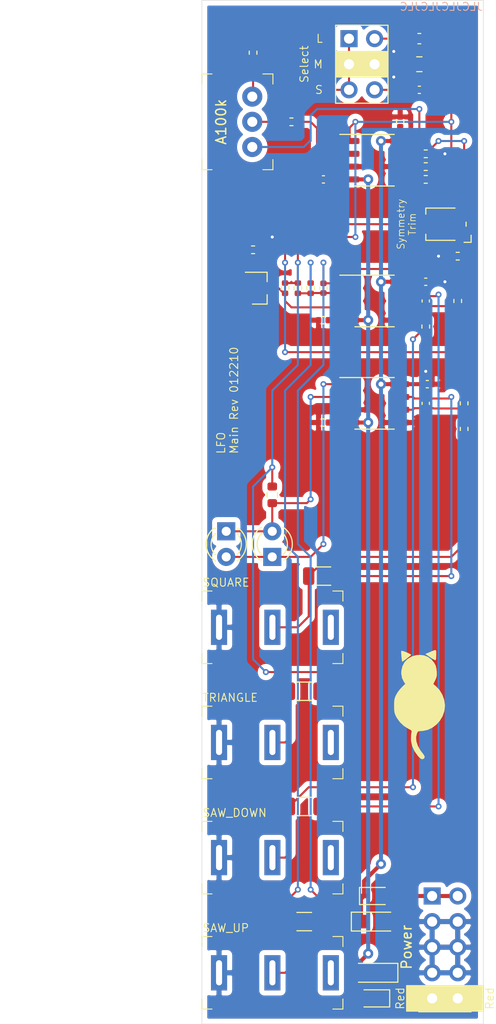
<source format=kicad_pcb>
(kicad_pcb (version 20171130) (host pcbnew "(5.1.10)-1")
  (layers (0 F.Cu signal) (31 B.Cu signal) (34 B.Paste user) (35 F.Paste user) (36 B.SilkS user) (37 F.SilkS user) (38 B.Mask user) (39 F.Mask user) (44 Edge.Cuts user))
  (net 0 "")
  (net 1 "Net-(C1-Pad2)")
  (net 2 TRI)
  (net 3 GND)
  (net 4 +12V)
  (net 5 -12V)
  (net 6 "Net-(D1-Pad2)")
  (net 7 "Net-(D1-Pad1)")
  (net 8 +12VA)
  (net 9 -12VA)
  (net 10 "Net-(J1-PadT)")
  (net 11 "Net-(J2-PadT)")
  (net 12 "Net-(J3-PadT)")
  (net 13 "Net-(J4-PadT)")
  (net 14 "Net-(Q1-Pad1)")
  (net 15 "Net-(R1-Pad2)")
  (net 16 "Net-(R2-Pad2)")
  (net 17 "Net-(R4-Pad1)")
  (net 18 SQR)
  (net 19 "Net-(R6-Pad2)")
  (net 20 "Net-(R6-Pad1)")
  (net 21 "Net-(R7-Pad2)")
  (net 22 "Net-(C10-Pad2)")
  (net 23 "Net-(C11-Pad2)")
  (net 24 "Net-(J6-Pad1)")
  (net 25 "Net-(Q1-Pad3)")
  (net 26 "Net-(C12-Pad2)")
  (net 27 "Net-(C12-Pad1)")
  (net 28 "Net-(C13-Pad2)")
  (net 29 "Net-(C13-Pad1)")
  (net 30 "Net-(C14-Pad2)")
  (net 31 "Net-(C14-Pad1)")
  (module Connector_PinHeader_2.54mm:PinHeader_2x03_P2.54mm_Vertical (layer F.Cu) (at 14.605 3.81)
    (fp_text reference J6 hide)
    (fp_text value Select (at -4.445 2.54 90) (layer F.SilkS) (effects (font (size 0.8 0.8) (thickness 0.1))))
    (pad 6 thru_hole oval (at 2.54 5.08) (size 1.7 1.7) (drill 1) (layers *.Cu *.Mask) (net 1 "Net-(C1-Pad2)"))
    (pad 5 thru_hole oval (at 0 5.08) (size 1.7 1.7) (drill 1) (layers *.Cu *.Mask) (net 24 "Net-(J6-Pad1)"))
    (pad 4 thru_hole oval (at 2.54 2.54) (size 1.7 1.7) (drill 1) (layers *.Cu *.Mask) (net 23 "Net-(C11-Pad2)"))
    (pad 3 thru_hole oval (at 0 2.54) (size 1.7 1.7) (drill 1) (layers *.Cu *.Mask) (net 24 "Net-(J6-Pad1)"))
    (pad 2 thru_hole oval (at 2.54 0) (size 1.7 1.7) (drill 1) (layers *.Cu *.Mask) (net 22 "Net-(C10-Pad2)"))
    (pad 1 thru_hole rect (at 0 0) (size 1.7 1.7) (drill 1) (layers *.Cu *.Mask) (net 24 "Net-(J6-Pad1)"))
  )
  (module Resistor_SMD:R_0402_1005Metric (layer F.Cu) (at 26.035 40.005 90)
    (fp_text reference R20 hide)
    (fp_text value 100k hide)
    (pad 2 smd roundrect (at 0.51 0 90) (size 0.54 0.64) (layers F.Cu F.Paste F.Mask) (net 18 SQR))
    (pad 1 smd roundrect (at -0.51 0 90) (size 0.54 0.64) (layers F.Cu F.Paste F.Mask) (net 30 "Net-(C14-Pad2)"))
  )
  (module Resistor_SMD:R_0402_1005Metric (layer F.Cu) (at 26.035 42.545 90)
    (fp_text reference R19 hide)
    (fp_text value 100k hide)
    (pad 2 smd roundrect (at 0.51 0 90) (size 0.54 0.64) (layers F.Cu F.Paste F.Mask) (net 30 "Net-(C14-Pad2)"))
    (pad 1 smd roundrect (at -0.51 0 90) (size 0.54 0.64) (layers F.Cu F.Paste F.Mask) (net 13 "Net-(J4-PadT)"))
  )
  (module Resistor_SMD:R_0402_1005Metric (layer F.Cu) (at 25.4 29.845 90)
    (fp_text reference R14 hide)
    (fp_text value 100k hide)
    (pad 2 smd roundrect (at 0.51 0 90) (size 0.54 0.64) (layers F.Cu F.Paste F.Mask) (net 27 "Net-(C12-Pad1)"))
    (pad 1 smd roundrect (at -0.51 0 90) (size 0.54 0.64) (layers F.Cu F.Paste F.Mask) (net 28 "Net-(C13-Pad2)"))
  )
  (module Resistor_SMD:R_0402_1005Metric (layer F.Cu) (at 22.225 32.385 90)
    (fp_text reference R13 hide)
    (fp_text value 100k hide)
    (pad 2 smd roundrect (at 0.51 0 90) (size 0.54 0.64) (layers F.Cu F.Paste F.Mask) (net 28 "Net-(C13-Pad2)"))
    (pad 1 smd roundrect (at -0.51 0 90) (size 0.54 0.64) (layers F.Cu F.Paste F.Mask) (net 11 "Net-(J2-PadT)"))
  )
  (module Capacitor_SMD:C_0402_1005Metric (layer F.Cu) (at 22.225 40.005 270)
    (fp_text reference C14 hide)
    (fp_text value 10p hide)
    (pad 2 smd roundrect (at 0.48 0 270) (size 0.56 0.62) (layers F.Cu F.Paste F.Mask) (net 30 "Net-(C14-Pad2)"))
    (pad 1 smd roundrect (at -0.48 0 270) (size 0.56 0.62) (layers F.Cu F.Paste F.Mask) (net 31 "Net-(C14-Pad1)"))
  )
  (module Capacitor_SMD:C_0402_1005Metric (layer F.Cu) (at 22.225 29.845 270)
    (fp_text reference C13 hide)
    (fp_text value 10p hide)
    (pad 2 smd roundrect (at 0.48 0 270) (size 0.56 0.62) (layers F.Cu F.Paste F.Mask) (net 28 "Net-(C13-Pad2)"))
    (pad 1 smd roundrect (at -0.48 0 270) (size 0.56 0.62) (layers F.Cu F.Paste F.Mask) (net 29 "Net-(C13-Pad1)"))
  )
  (module Capacitor_SMD:C_0402_1005Metric (layer F.Cu) (at 12.065 28.575 270)
    (fp_text reference C12 hide)
    (fp_text value 10p hide)
    (pad 2 smd roundrect (at 0.48 0 270) (size 0.56 0.62) (layers F.Cu F.Paste F.Mask) (net 26 "Net-(C12-Pad2)"))
    (pad 1 smd roundrect (at -0.48 0 270) (size 0.56 0.62) (layers F.Cu F.Paste F.Mask) (net 27 "Net-(C12-Pad1)"))
  )
  (module Capacitor_SMD:C_0402_1005Metric (layer F.Cu) (at 22.225 27.94)
    (fp_text reference C6 hide)
    (fp_text value 100n hide)
    (pad 2 smd roundrect (at 0.48 0) (size 0.56 0.62) (layers F.Cu F.Paste F.Mask) (net 3 GND))
    (pad 1 smd roundrect (at -0.48 0) (size 0.56 0.62) (layers F.Cu F.Paste F.Mask) (net 4 +12V))
  )
  (module Capacitor_Tantalum_SMD:CP_EIA-3216-18_Kemet-A (layer F.Cu) (at 17.145 96.52 180)
    (fp_text reference C3 hide)
    (fp_text value 10µF hide)
    (pad 2 smd roundrect (at 1.35 0 180) (size 1.4 1.35) (layers F.Cu F.Paste F.Mask) (roundrect_rratio 0.185185) (net 5 -12V))
    (pad 1 smd roundrect (at -1.35 0 180) (size 1.4 1.35) (layers F.Cu F.Paste F.Mask) (roundrect_rratio 0.185185) (net 3 GND))
  )
  (module Capacitor_Tantalum_SMD:CP_EIA-3216-18_Kemet-A (layer F.Cu) (at 17.145 91.44)
    (fp_text reference C2 hide)
    (fp_text value 10µF hide)
    (pad 2 smd roundrect (at 1.35 0) (size 1.4 1.35) (layers F.Cu F.Paste F.Mask) (roundrect_rratio 0.185185) (net 3 GND))
    (pad 1 smd roundrect (at -1.35 0) (size 1.4 1.35) (layers F.Cu F.Paste F.Mask) (roundrect_rratio 0.185185) (net 4 +12V))
  )
  (module Package_SO:SOIC-8_3.9x4.9mm_P1.27mm (layer F.Cu) (at 17.145 40.005)
    (fp_text reference U3 hide)
    (fp_text value TL072 hide)
    (pad 8 smd roundrect (at 2.475 -1.905) (size 1.95 0.6) (layers F.Cu F.Paste F.Mask) (net 4 +12V))
    (pad 7 smd roundrect (at 2.475 -0.635) (size 1.95 0.6) (layers F.Cu F.Paste F.Mask) (net 31 "Net-(C14-Pad1)"))
    (pad 6 smd roundrect (at 2.475 0.635) (size 1.95 0.6) (layers F.Cu F.Paste F.Mask) (net 30 "Net-(C14-Pad2)"))
    (pad 5 smd roundrect (at 2.475 1.905) (size 1.95 0.6) (layers F.Cu F.Paste F.Mask) (net 3 GND))
    (pad 4 smd roundrect (at -2.475 1.905) (size 1.95 0.6) (layers F.Cu F.Paste F.Mask) (net 5 -12V))
    (pad 3 smd roundrect (at -2.475 0.635) (size 1.95 0.6) (layers F.Cu F.Paste F.Mask) (net 3 GND))
    (pad 2 smd roundrect (at -2.475 -0.635) (size 1.95 0.6) (layers F.Cu F.Paste F.Mask) (net 6 "Net-(D1-Pad2)"))
    (pad 1 smd roundrect (at -2.475 -1.905) (size 1.95 0.6) (layers F.Cu F.Paste F.Mask) (net 7 "Net-(D1-Pad1)"))
  )
  (module Package_SO:SOIC-8_3.9x4.9mm_P1.27mm (layer F.Cu) (at 17.145 29.845)
    (fp_text reference U2 hide)
    (fp_text value TL072 hide)
    (pad 8 smd roundrect (at 2.475 -1.905) (size 1.95 0.6) (layers F.Cu F.Paste F.Mask) (net 4 +12V))
    (pad 7 smd roundrect (at 2.475 -0.635) (size 1.95 0.6) (layers F.Cu F.Paste F.Mask) (net 29 "Net-(C13-Pad1)"))
    (pad 6 smd roundrect (at 2.475 0.635) (size 1.95 0.6) (layers F.Cu F.Paste F.Mask) (net 28 "Net-(C13-Pad2)"))
    (pad 5 smd roundrect (at 2.475 1.905) (size 1.95 0.6) (layers F.Cu F.Paste F.Mask) (net 3 GND))
    (pad 4 smd roundrect (at -2.475 1.905) (size 1.95 0.6) (layers F.Cu F.Paste F.Mask) (net 5 -12V))
    (pad 3 smd roundrect (at -2.475 0.635) (size 1.95 0.6) (layers F.Cu F.Paste F.Mask) (net 25 "Net-(Q1-Pad3)"))
    (pad 2 smd roundrect (at -2.475 -0.635) (size 1.95 0.6) (layers F.Cu F.Paste F.Mask) (net 26 "Net-(C12-Pad2)"))
    (pad 1 smd roundrect (at -2.475 -1.905) (size 1.95 0.6) (layers F.Cu F.Paste F.Mask) (net 27 "Net-(C12-Pad1)"))
  )
  (module Package_SO:SOIC-8_3.9x4.9mm_P1.27mm (layer F.Cu) (at 17.145 15.875)
    (fp_text reference U1 hide)
    (fp_text value TL072 hide)
    (pad 8 smd roundrect (at 2.475 -1.905) (size 1.95 0.6) (layers F.Cu F.Paste F.Mask) (net 4 +12V))
    (pad 7 smd roundrect (at 2.475 -0.635) (size 1.95 0.6) (layers F.Cu F.Paste F.Mask) (net 19 "Net-(R6-Pad2)"))
    (pad 6 smd roundrect (at 2.475 0.635) (size 1.95 0.6) (layers F.Cu F.Paste F.Mask) (net 3 GND))
    (pad 5 smd roundrect (at 2.475 1.905) (size 1.95 0.6) (layers F.Cu F.Paste F.Mask) (net 17 "Net-(R4-Pad1)"))
    (pad 4 smd roundrect (at -2.475 1.905) (size 1.95 0.6) (layers F.Cu F.Paste F.Mask) (net 5 -12V))
    (pad 3 smd roundrect (at -2.475 0.635) (size 1.95 0.6) (layers F.Cu F.Paste F.Mask) (net 3 GND))
    (pad 2 smd roundrect (at -2.475 -0.635) (size 1.95 0.6) (layers F.Cu F.Paste F.Mask) (net 24 "Net-(J6-Pad1)"))
    (pad 1 smd roundrect (at -2.475 -1.905) (size 1.95 0.6) (layers F.Cu F.Paste F.Mask) (net 2 TRI))
  )
  (module Potentiometer_SMD:Potentiometer_Bourns_TC33X_Vertical (layer F.Cu) (at 24.13 22.225 180)
    (fp_text reference T1 hide)
    (fp_text value 1k hide)
    (pad 2 smd rect (at 1.45 0 180) (size 1.5 1.6) (layers F.Cu F.Paste F.Mask) (net 18 SQR))
    (pad 3 smd rect (at -1.8 1 180) (size 1.2 1.2) (layers F.Cu F.Paste F.Mask) (net 20 "Net-(R6-Pad1)"))
    (pad 1 smd rect (at -1.8 -1 180) (size 1.2 1.2) (layers F.Cu F.Paste F.Mask) (net 21 "Net-(R7-Pad2)"))
  )
  (module Resistor_SMD:R_0603_1608Metric (layer F.Cu) (at 6.985 49.085 270)
    (fp_text reference R18 hide)
    (fp_text value 2k7 hide)
    (pad 2 smd roundrect (at 0.825 0 270) (size 0.8 0.95) (layers F.Cu F.Paste F.Mask) (net 6 "Net-(D1-Pad2)"))
    (pad 1 smd roundrect (at -0.825 0 270) (size 0.8 0.95) (layers F.Cu F.Paste F.Mask) (net 2 TRI))
  )
  (module Resistor_SMD:R_1206_3216Metric (layer F.Cu) (at 12.065 57.15)
    (fp_text reference R17 hide)
    (fp_text value 1k hide)
    (pad 2 smd roundrect (at 1.4625 0) (size 1.125 1.75) (layers F.Cu F.Paste F.Mask) (roundrect_rratio 0.222222) (net 31 "Net-(C14-Pad1)"))
    (pad 1 smd roundrect (at -1.4625 0) (size 1.125 1.75) (layers F.Cu F.Paste F.Mask) (roundrect_rratio 0.222222) (net 13 "Net-(J4-PadT)"))
  )
  (module Resistor_SMD:R_1206_3216Metric (layer F.Cu) (at 10.16 68.58)
    (fp_text reference R16 hide)
    (fp_text value 1k hide)
    (pad 2 smd roundrect (at 1.4625 0) (size 1.125 1.75) (layers F.Cu F.Paste F.Mask) (roundrect_rratio 0.222222) (net 2 TRI))
    (pad 1 smd roundrect (at -1.4625 0) (size 1.125 1.75) (layers F.Cu F.Paste F.Mask) (roundrect_rratio 0.222222) (net 12 "Net-(J3-PadT)"))
  )
  (module Resistor_SMD:R_1206_3216Metric (layer F.Cu) (at 10.16 80.01)
    (fp_text reference R15 hide)
    (fp_text value 1k hide)
    (pad 2 smd roundrect (at 1.4625 0) (size 1.125 1.75) (layers F.Cu F.Paste F.Mask) (roundrect_rratio 0.222222) (net 29 "Net-(C13-Pad1)"))
    (pad 1 smd roundrect (at -1.4625 0) (size 1.125 1.75) (layers F.Cu F.Paste F.Mask) (roundrect_rratio 0.222222) (net 11 "Net-(J2-PadT)"))
  )
  (module Resistor_SMD:R_1206_3216Metric (layer F.Cu) (at 10.16 91.44)
    (fp_text reference R12 hide)
    (fp_text value 1k hide)
    (pad 2 smd roundrect (at 1.4625 0) (size 1.125 1.75) (layers F.Cu F.Paste F.Mask) (roundrect_rratio 0.222222) (net 27 "Net-(C12-Pad1)"))
    (pad 1 smd roundrect (at -1.4625 0) (size 1.125 1.75) (layers F.Cu F.Paste F.Mask) (roundrect_rratio 0.222222) (net 10 "Net-(J1-PadT)"))
  )
  (module Resistor_SMD:R_0402_1005Metric (layer F.Cu) (at 10.795 28.575 270)
    (fp_text reference R11 hide)
    (fp_text value 100k hide)
    (pad 2 smd roundrect (at 0.51 0 270) (size 0.54 0.64) (layers F.Cu F.Paste F.Mask) (net 26 "Net-(C12-Pad2)"))
    (pad 1 smd roundrect (at -0.51 0 270) (size 0.54 0.64) (layers F.Cu F.Paste F.Mask) (net 10 "Net-(J1-PadT)"))
  )
  (module Resistor_SMD:R_0402_1005Metric (layer F.Cu) (at 8.255 28.575 90)
    (fp_text reference R10 hide)
    (fp_text value 100k hide)
    (pad 2 smd roundrect (at 0.51 0 90) (size 0.54 0.64) (layers F.Cu F.Paste F.Mask) (net 2 TRI))
    (pad 1 smd roundrect (at -0.51 0 90) (size 0.54 0.64) (layers F.Cu F.Paste F.Mask) (net 25 "Net-(Q1-Pad3)"))
  )
  (module Resistor_SMD:R_0402_1005Metric (layer F.Cu) (at 9.525 28.575 90)
    (fp_text reference R9 hide)
    (fp_text value 100k hide)
    (pad 2 smd roundrect (at 0.51 0 90) (size 0.54 0.64) (layers F.Cu F.Paste F.Mask) (net 2 TRI))
    (pad 1 smd roundrect (at -0.51 0 90) (size 0.54 0.64) (layers F.Cu F.Paste F.Mask) (net 26 "Net-(C12-Pad2)"))
  )
  (module Resistor_SMD:R_0402_1005Metric (layer F.Cu) (at 5.08 24.765)
    (fp_text reference R8 hide)
    (fp_text value 47k hide)
    (pad 2 smd roundrect (at 0.51 0) (size 0.54 0.64) (layers F.Cu F.Paste F.Mask) (net 18 SQR))
    (pad 1 smd roundrect (at -0.51 0) (size 0.54 0.64) (layers F.Cu F.Paste F.Mask) (net 14 "Net-(Q1-Pad1)"))
  )
  (module Resistor_SMD:R_0402_1005Metric (layer F.Cu) (at 25.4 25.4)
    (fp_text reference R7 hide)
    (fp_text value 2k hide)
    (pad 2 smd roundrect (at 0.51 0) (size 0.54 0.64) (layers F.Cu F.Paste F.Mask) (net 21 "Net-(R7-Pad2)"))
    (pad 1 smd roundrect (at -0.51 0) (size 0.54 0.64) (layers F.Cu F.Paste F.Mask) (net 3 GND))
  )
  (module Resistor_SMD:R_0402_1005Metric (layer F.Cu) (at 22.225 15.24 180)
    (fp_text reference R6 hide)
    (fp_text value 2k hide)
    (pad 2 smd roundrect (at 0.51 0 180) (size 0.54 0.64) (layers F.Cu F.Paste F.Mask) (net 19 "Net-(R6-Pad2)"))
    (pad 1 smd roundrect (at -0.51 0 180) (size 0.54 0.64) (layers F.Cu F.Paste F.Mask) (net 20 "Net-(R6-Pad1)"))
  )
  (module Resistor_SMD:R_0402_1005Metric (layer F.Cu) (at 22.225 17.78 180)
    (fp_text reference R5 hide)
    (fp_text value 100k hide)
    (pad 2 smd roundrect (at 0.51 0 180) (size 0.54 0.64) (layers F.Cu F.Paste F.Mask) (net 17 "Net-(R4-Pad1)"))
    (pad 1 smd roundrect (at -0.51 0 180) (size 0.54 0.64) (layers F.Cu F.Paste F.Mask) (net 18 SQR))
  )
  (module Resistor_SMD:R_0402_1005Metric (layer F.Cu) (at 22.225 16.51)
    (fp_text reference R4 hide)
    (fp_text value 100k hide)
    (pad 2 smd roundrect (at 0.51 0) (size 0.54 0.64) (layers F.Cu F.Paste F.Mask) (net 2 TRI))
    (pad 1 smd roundrect (at -0.51 0) (size 0.54 0.64) (layers F.Cu F.Paste F.Mask) (net 17 "Net-(R4-Pad1)"))
  )
  (module Resistor_SMD:R_0402_1005Metric (layer F.Cu) (at 8.89 12.065 180)
    (fp_text reference R2 hide)
    (fp_text value 68k hide)
    (pad 2 smd roundrect (at 0.51 0 180) (size 0.54 0.64) (layers F.Cu F.Paste F.Mask) (net 16 "Net-(R2-Pad2)"))
    (pad 1 smd roundrect (at -0.51 0 180) (size 0.54 0.64) (layers F.Cu F.Paste F.Mask) (net 24 "Net-(J6-Pad1)"))
  )
  (module Resistor_SMD:R_0402_1005Metric (layer F.Cu) (at 5.08 5.205 270)
    (fp_text reference R1 hide)
    (fp_text value 47 hide)
    (pad 2 smd roundrect (at 0.51 0 270) (size 0.54 0.64) (layers F.Cu F.Paste F.Mask) (net 15 "Net-(R1-Pad2)"))
    (pad 1 smd roundrect (at -0.51 0 270) (size 0.54 0.64) (layers F.Cu F.Paste F.Mask) (net 3 GND))
  )
  (module Package_TO_SOT_SMD:SOT-23 (layer F.Cu) (at 5.715 28.575)
    (fp_text reference Q1 hide)
    (fp_text value MMBT3904 hide)
    (pad 3 smd rect (at 1 0) (size 0.9 0.8) (layers F.Cu F.Paste F.Mask) (net 25 "Net-(Q1-Pad3)"))
    (pad 2 smd rect (at -1 0.95) (size 0.9 0.8) (layers F.Cu F.Paste F.Mask) (net 3 GND))
    (pad 1 smd rect (at -1 -0.95) (size 0.9 0.8) (layers F.Cu F.Paste F.Mask) (net 14 "Net-(Q1-Pad1)"))
  )
  (module Diode_SMD:D_SOD-323 (layer F.Cu) (at 17.145 99.06 180)
    (fp_text reference D4 hide)
    (fp_text value 1N5819WS hide)
    (pad 2 smd rect (at 1.05 0 180) (size 0.6 0.45) (layers F.Cu F.Paste F.Mask) (net 5 -12V))
    (pad 1 smd rect (at -1.05 0 180) (size 0.6 0.45) (layers F.Cu F.Paste F.Mask) (net 9 -12VA))
  )
  (module Diode_SMD:D_SOD-323 (layer F.Cu) (at 17.145 88.9)
    (fp_text reference D3 hide)
    (fp_text value 1N5819WS hide)
    (pad 2 smd rect (at 1.05 0) (size 0.6 0.45) (layers F.Cu F.Paste F.Mask) (net 8 +12VA))
    (pad 1 smd rect (at -1.05 0) (size 0.6 0.45) (layers F.Cu F.Paste F.Mask) (net 4 +12V))
  )
  (module Capacitor_SMD:C_0805_2012Metric (layer F.Cu) (at 21.59 6.35 180)
    (fp_text reference C11 hide)
    (fp_text value 2.2µF hide)
    (pad 2 smd roundrect (at 0.95 0 180) (size 1 1.45) (layers F.Cu F.Paste F.Mask) (net 23 "Net-(C11-Pad2)"))
    (pad 1 smd roundrect (at -0.95 0 180) (size 1 1.45) (layers F.Cu F.Paste F.Mask) (net 2 TRI))
  )
  (module Capacitor_SMD:C_0603_1608Metric (layer F.Cu) (at 21.59 3.81 180)
    (fp_text reference C10 hide)
    (fp_text value 10µF hide)
    (pad 2 smd roundrect (at 0.775 0 180) (size 0.9 0.95) (layers F.Cu F.Paste F.Mask) (net 22 "Net-(C10-Pad2)"))
    (pad 1 smd roundrect (at -0.775 0 180) (size 0.9 0.95) (layers F.Cu F.Paste F.Mask) (net 2 TRI))
  )
  (module Capacitor_SMD:C_0402_1005Metric (layer F.Cu) (at 12.065 41.91)
    (fp_text reference C9 hide)
    (fp_text value 100n hide)
    (pad 2 smd roundrect (at 0.48 0) (size 0.56 0.62) (layers F.Cu F.Paste F.Mask) (net 5 -12V))
    (pad 1 smd roundrect (at -0.48 0) (size 0.56 0.62) (layers F.Cu F.Paste F.Mask) (net 3 GND))
  )
  (module Capacitor_SMD:C_0402_1005Metric (layer F.Cu) (at 22.38 38.1)
    (fp_text reference C8 hide)
    (fp_text value 100n hide)
    (pad 2 smd roundrect (at 0.48 0) (size 0.56 0.62) (layers F.Cu F.Paste F.Mask) (net 3 GND))
    (pad 1 smd roundrect (at -0.48 0) (size 0.56 0.62) (layers F.Cu F.Paste F.Mask) (net 4 +12V))
  )
  (module Capacitor_SMD:C_0402_1005Metric (layer F.Cu) (at 12.065 31.75)
    (fp_text reference C7 hide)
    (fp_text value 100n hide)
    (pad 2 smd roundrect (at 0.48 0) (size 0.56 0.62) (layers F.Cu F.Paste F.Mask) (net 5 -12V))
    (pad 1 smd roundrect (at -0.48 0) (size 0.56 0.62) (layers F.Cu F.Paste F.Mask) (net 3 GND))
  )
  (module Capacitor_SMD:C_0402_1005Metric (layer F.Cu) (at 12.065 17.78)
    (fp_text reference C5 hide)
    (fp_text value 100n hide)
    (pad 2 smd roundrect (at 0.48 0) (size 0.56 0.62) (layers F.Cu F.Paste F.Mask) (net 5 -12V))
    (pad 1 smd roundrect (at -0.48 0) (size 0.56 0.62) (layers F.Cu F.Paste F.Mask) (net 3 GND))
  )
  (module Capacitor_SMD:C_0402_1005Metric (layer F.Cu) (at 19.685 12.065 90)
    (fp_text reference C4 hide)
    (fp_text value 100n hide)
    (pad 2 smd roundrect (at 0.48 0 90) (size 0.56 0.62) (layers F.Cu F.Paste F.Mask) (net 3 GND))
    (pad 1 smd roundrect (at -0.48 0 90) (size 0.56 0.62) (layers F.Cu F.Paste F.Mask) (net 4 +12V))
  )
  (module Capacitor_SMD:C_0402_1005Metric (layer F.Cu) (at 21.59 8.89 180)
    (fp_text reference C1 hide)
    (fp_text value 1µF hide)
    (pad 2 smd roundrect (at 0.48 0 180) (size 0.56 0.62) (layers F.Cu F.Paste F.Mask) (net 1 "Net-(C1-Pad2)"))
    (pad 1 smd roundrect (at -0.48 0 180) (size 0.56 0.62) (layers F.Cu F.Paste F.Mask) (net 2 TRI))
  )
  (module Connector_Audio_QingPu:Jack_3.5mm_QingPu_WQP-PJ323M (layer F.Cu) (at 0 62.23)
    (fp_text reference J4 hide)
    (fp_text value SQUARE (at 0 -4.445) (layer F.SilkS) (effects (font (size 0.8 0.8) (thickness 0.1)) (justify left)))
    (pad TN thru_hole rect (at 12.8 0) (size 1.6 3.5) (drill oval 0.6 2.5) (layers *.Cu *.Mask))
    (pad T thru_hole rect (at 7 0) (size 1.6 3.5) (drill oval 0.6 2.5) (layers *.Cu *.Mask) (net 13 "Net-(J4-PadT)"))
    (pad S thru_hole rect (at 1.7 0) (size 1.6 3.5) (drill oval 0.6 2.5) (layers *.Cu *.Mask) (net 3 GND))
  )
  (module Connector_Audio_QingPu:Jack_3.5mm_QingPu_WQP-PJ323M (layer F.Cu) (at 0 73.66)
    (fp_text reference J3 hide)
    (fp_text value TRIANGLE (at 0 -4.445) (layer F.SilkS) (effects (font (size 0.8 0.8) (thickness 0.1)) (justify left)))
    (pad TN thru_hole rect (at 12.8 0) (size 1.6 3.5) (drill oval 0.6 2.5) (layers *.Cu *.Mask))
    (pad T thru_hole rect (at 7 0) (size 1.6 3.5) (drill oval 0.6 2.5) (layers *.Cu *.Mask) (net 12 "Net-(J3-PadT)"))
    (pad S thru_hole rect (at 1.7 0) (size 1.6 3.5) (drill oval 0.6 2.5) (layers *.Cu *.Mask) (net 3 GND))
  )
  (module Connector_Audio_QingPu:Jack_3.5mm_QingPu_WQP-PJ323M (layer F.Cu) (at 0 85.09)
    (fp_text reference J2 hide)
    (fp_text value SAW_DOWN (at 0 -4.445) (layer F.SilkS) (effects (font (size 0.8 0.8) (thickness 0.1)) (justify left)))
    (pad TN thru_hole rect (at 12.8 0) (size 1.6 3.5) (drill oval 0.6 2.5) (layers *.Cu *.Mask))
    (pad T thru_hole rect (at 7 0) (size 1.6 3.5) (drill oval 0.6 2.5) (layers *.Cu *.Mask) (net 11 "Net-(J2-PadT)"))
    (pad S thru_hole rect (at 1.7 0) (size 1.6 3.5) (drill oval 0.6 2.5) (layers *.Cu *.Mask) (net 3 GND))
  )
  (module Connector_Audio_QingPu:Jack_3.5mm_QingPu_WQP-PJ323M (layer F.Cu) (at 0 96.52)
    (fp_text reference J1 hide)
    (fp_text value SAW_UP (at 0 -4.445) (layer F.SilkS) (effects (font (size 0.8 0.8) (thickness 0.1)) (justify left)))
    (pad TN thru_hole rect (at 12.8 0) (size 1.6 3.5) (drill oval 0.6 2.5) (layers *.Cu *.Mask))
    (pad T thru_hole rect (at 7 0) (size 1.6 3.5) (drill oval 0.6 2.5) (layers *.Cu *.Mask) (net 10 "Net-(J1-PadT)"))
    (pad S thru_hole rect (at 1.7 0) (size 1.6 3.5) (drill oval 0.6 2.5) (layers *.Cu *.Mask) (net 3 GND))
  )
  (module CATs_Eurosynth_Specials:Power_2x5_Vertical (layer F.Cu) (at 22.86 88.9)
    (fp_text reference J5 hide)
    (fp_text value Power (at -2.54 5.08 270) (layer F.SilkS))
    (fp_text user Red (at -3.175 10.16 -90) (layer F.SilkS) (effects (font (size 0.8 0.8) (thickness 0.1))))
    (fp_text user Red (at 5.715 10.16 -90) (layer F.SilkS) (effects (font (size 0.8 0.8) (thickness 0.1))))
    (pad -12V thru_hole oval (at 2.54 10.16) (size 1.7 1.7) (drill 1) (layers *.Cu *.Mask) (net 9 -12VA))
    (pad -12V thru_hole oval (at 0 10.16) (size 1.7 1.7) (drill 1) (layers *.Cu *.Mask) (net 9 -12VA))
    (pad GND thru_hole oval (at 2.54 7.62) (size 1.7 1.7) (drill 1) (layers *.Cu *.Mask) (net 3 GND))
    (pad GND thru_hole oval (at 0 7.62) (size 1.7 1.7) (drill 1) (layers *.Cu *.Mask) (net 3 GND))
    (pad GND thru_hole oval (at 2.54 5.08) (size 1.7 1.7) (drill 1) (layers *.Cu *.Mask) (net 3 GND))
    (pad GND thru_hole oval (at 0 5.08) (size 1.7 1.7) (drill 1) (layers *.Cu *.Mask) (net 3 GND))
    (pad GND thru_hole oval (at 2.54 2.54) (size 1.7 1.7) (drill 1) (layers *.Cu *.Mask) (net 3 GND))
    (pad GND thru_hole oval (at 0 2.54) (size 1.7 1.7) (drill 1) (layers *.Cu *.Mask) (net 3 GND))
    (pad +12V thru_hole oval (at 2.54 0) (size 1.7 1.7) (drill 1) (layers *.Cu *.Mask) (net 8 +12VA))
    (pad +12V thru_hole rect (at 0 0) (size 1.7 1.7) (drill 1) (layers *.Cu *.Mask) (net 8 +12VA))
  )
  (module Potentiometer_THT_Additional:Potentiometer_AlpsAlpine_RK0971110 (layer F.Cu) (at 0 12.065 270)
    (fp_text reference RV1 hide)
    (fp_text value A100k (at 0 -1.905 90) (layer F.SilkS))
    (pad CW thru_hole circle (at 2.5 -5 270) (size 2 2) (drill 1) (layers *.Cu *.Mask) (net 19 "Net-(R6-Pad2)"))
    (pad W thru_hole circle (at 0 -5 270) (size 2 2) (drill 1) (layers *.Cu *.Mask) (net 16 "Net-(R2-Pad2)"))
    (pad CCW thru_hole circle (at -2.5 -5 270) (size 2 2) (drill 1) (layers *.Cu *.Mask) (net 15 "Net-(R1-Pad2)"))
  )
  (module "FX_Pedal:CATs Tiny" (layer F.Cu) (at 21.59 69.85)
    (fp_text reference G*** hide)
    (fp_text value LOGO hide)
  )
  (module LED_THT:LED_D3.0mm (layer F.Cu) (at 2.413 52.705 270)
    (fp_text reference D2 hide)
    (fp_text value LED hide)
    (pad 2 thru_hole circle (at 2.54 0 270) (size 1.8 1.8) (drill 0.9) (layers *.Cu *.Mask) (net 7 "Net-(D1-Pad1)"))
    (pad 1 thru_hole rect (at 0 0 270) (size 1.8 1.8) (drill 0.9) (layers *.Cu *.Mask) (net 6 "Net-(D1-Pad2)"))
  )
  (module LED_THT:LED_D3.0mm (layer F.Cu) (at 6.985 55.245 90)
    (fp_text reference D1 hide)
    (fp_text value LED hide)
    (pad 2 thru_hole circle (at 2.54 0 90) (size 1.8 1.8) (drill 0.9) (layers *.Cu *.Mask) (net 6 "Net-(D1-Pad2)"))
    (pad 1 thru_hole rect (at 0 0 90) (size 1.8 1.8) (drill 0.9) (layers *.Cu *.Mask) (net 7 "Net-(D1-Pad1)"))
  )
  (gr_text "Symmetry\nTrim" (at 20.32 22.225 90) (layer F.SilkS) (effects (font (size 0.7 0.7) (thickness 0.08))))
  (gr_text S (at 12.065 8.89) (layer F.SilkS) (effects (font (size 0.8 0.8) (thickness 0.1)) (justify right)))
  (gr_text M (at 12.065 6.35) (layer F.SilkS) (effects (font (size 0.8 0.8) (thickness 0.1)) (justify right)))
  (gr_text L (at 12.065 3.81) (layer F.SilkS) (effects (font (size 0.8 0.8) (thickness 0.1)) (justify right)))
  (gr_text JLCJLCJLCJLC (at 27.94 0.635) (layer B.SilkS) (effects (font (size 0.8 0.8) (thickness 0.1)) (justify left mirror)))
  (gr_text "LFO\nMain Rev 012210" (at 2.54 45.085 90) (layer F.SilkS) (effects (font (size 0.8 0.8) (thickness 0.1)) (justify left)))
  (gr_line (start 27.94 101.6) (end 27.94 0) (layer Edge.Cuts) (width 0.05))
  (gr_line (start 0 101.6) (end 27.94 101.6) (layer Edge.Cuts) (width 0.05))
  (gr_line (start 0 0) (end 0 101.6) (layer Edge.Cuts) (width 0.05))
  (gr_line (start 0 0) (end 27.94 0) (layer Edge.Cuts) (width 0.05))
  (segment (start 17.145 8.89) (end 21.11 8.89) (width 0.2032) (layer F.Cu) (net 1))
  (segment (start 22.365 3.81) (end 22.365 4.94) (width 0.2032) (layer F.Cu) (net 2))
  (segment (start 22.54 5.115) (end 22.365 4.94) (width 0.2032) (layer F.Cu) (net 2))
  (segment (start 22.54 6.35) (end 22.54 5.115) (width 0.2032) (layer F.Cu) (net 2))
  (segment (start 22.54 6.35) (end 22.54 7.94) (width 0.2032) (layer F.Cu) (net 2))
  (segment (start 22.07 8.41) (end 22.54 7.94) (width 0.2032) (layer F.Cu) (net 2))
  (segment (start 22.07 8.89) (end 22.07 8.41) (width 0.2032) (layer F.Cu) (net 2))
  (segment (start 14.67 13.97) (end 14.67 12.635) (width 0.2032) (layer F.Cu) (net 2))
  (segment (start 15.24 12.065) (end 15.24 12.065) (width 0.2032) (layer B.Cu) (net 2))
  (via (at 15.24 12.065) (size 0.6) (drill 0.3) (layers F.Cu B.Cu) (net 2))
  (segment (start 14.67 12.635) (end 15.24 12.065) (width 0.2032) (layer F.Cu) (net 2))
  (segment (start 24.765 12.065) (end 15.24 12.065) (width 0.2032) (layer B.Cu) (net 2))
  (via (at 24.765 12.065) (size 0.6) (drill 0.3) (layers F.Cu B.Cu) (net 2))
  (segment (start 24.765 12.065) (end 24.765 9.525) (width 0.2032) (layer F.Cu) (net 2))
  (segment (start 24.13 8.89) (end 22.07 8.89) (width 0.2032) (layer F.Cu) (net 2))
  (segment (start 24.765 9.525) (end 24.13 8.89) (width 0.2032) (layer F.Cu) (net 2))
  (segment (start 24.765 12.065) (end 24.765 15.875) (width 0.2032) (layer F.Cu) (net 2))
  (segment (start 24.13 16.51) (end 22.735 16.51) (width 0.2032) (layer F.Cu) (net 2))
  (segment (start 24.765 15.875) (end 24.13 16.51) (width 0.2032) (layer F.Cu) (net 2))
  (segment (start 15.24 12.065) (end 15.24 23.495) (width 0.2032) (layer B.Cu) (net 2))
  (segment (start 15.24 23.495) (end 15.24 23.495) (width 0.2032) (layer B.Cu) (net 2))
  (via (at 15.24 23.495) (size 0.6) (drill 0.3) (layers F.Cu B.Cu) (net 2))
  (segment (start 15.24 23.495) (end 9.525 23.495) (width 0.2032) (layer F.Cu) (net 2))
  (segment (start 8.89 27.94) (end 8.765 28.065) (width 0.2032) (layer F.Cu) (net 2))
  (segment (start 8.765 28.065) (end 9.525 28.065) (width 0.2032) (layer F.Cu) (net 2))
  (segment (start 8.255 28.065) (end 8.765 28.065) (width 0.2032) (layer F.Cu) (net 2))
  (segment (start 9.525 23.495) (end 9.525 26.035) (width 0.2032) (layer F.Cu) (net 2))
  (segment (start 9.525 26.035) (end 9.525 28.065) (width 0.2032) (layer F.Cu) (net 2))
  (via (at 9.525 26.035) (size 0.6) (drill 0.3) (layers F.Cu B.Cu) (net 2))
  (segment (start 9.525 26.035) (end 9.525 36.195) (width 0.2032) (layer B.Cu) (net 2))
  (segment (start 9.525 36.195) (end 6.985 38.735) (width 0.2032) (layer B.Cu) (net 2))
  (segment (start 6.985 48.26) (end 6.985 46.355) (width 0.2032) (layer F.Cu) (net 2))
  (segment (start 6.985 46.355) (end 6.985 46.355) (width 0.2032) (layer F.Cu) (net 2))
  (via (at 6.985 46.355) (size 0.6) (drill 0.3) (layers F.Cu B.Cu) (net 2))
  (segment (start 6.985 38.735) (end 6.985 46.355) (width 0.2032) (layer B.Cu) (net 2))
  (segment (start 6.985 46.355) (end 5.08 48.26) (width 0.2032) (layer B.Cu) (net 2))
  (segment (start 5.08 48.26) (end 5.08 63.408642) (width 0.2032) (layer B.Cu) (net 2))
  (segment (start 5.08 63.408642) (end 5.08 65.405) (width 0.2032) (layer B.Cu) (net 2))
  (segment (start 5.08 65.405) (end 6.35 66.675) (width 0.2032) (layer B.Cu) (net 2))
  (segment (start 6.35 66.675) (end 6.35 66.675) (width 0.2032) (layer B.Cu) (net 2))
  (via (at 6.35 66.675) (size 0.6) (drill 0.3) (layers F.Cu B.Cu) (net 2))
  (segment (start 11.6225 66.843858) (end 11.6225 68.58) (width 0.2032) (layer F.Cu) (net 2))
  (segment (start 11.453642 66.675) (end 11.6225 66.843858) (width 0.2032) (layer F.Cu) (net 2))
  (segment (start 6.35 66.675) (end 11.453642 66.675) (width 0.2032) (layer F.Cu) (net 2))
  (via (at 19.05 7.62) (size 0.6) (drill 0.3) (layers F.Cu B.Cu) (net 3))
  (via (at 19.05 5.08) (size 0.6) (drill 0.3) (layers F.Cu B.Cu) (net 3))
  (via (at 24.13 15.24) (size 0.6) (drill 0.3) (layers F.Cu B.Cu) (net 3))
  (via (at 6.985 23.495) (size 0.6) (drill 0.3) (layers F.Cu B.Cu) (net 3))
  (via (at 24.13 27.94) (size 0.6) (drill 0.3) (layers F.Cu B.Cu) (net 3))
  (via (at 22.225 36.83) (size 0.6) (drill 0.3) (layers F.Cu B.Cu) (net 3))
  (via (at 23.495 25.4) (size 0.6) (drill 0.3) (layers F.Cu B.Cu) (net 3))
  (segment (start 19.62 13.97) (end 17.78 13.97) (width 0.4) (layer F.Cu) (net 4))
  (segment (start 17.78 13.97) (end 17.78 13.97) (width 0.4) (layer F.Cu) (net 4))
  (via (at 17.78 13.97) (size 1) (drill 0.5) (layers F.Cu B.Cu) (net 4))
  (segment (start 17.78 13.97) (end 17.78 27.94) (width 0.4) (layer B.Cu) (net 4))
  (segment (start 17.78 27.94) (end 17.78 38.1) (width 0.4) (layer B.Cu) (net 4))
  (segment (start 17.78 27.94) (end 17.78 27.94) (width 0.4) (layer B.Cu) (net 4))
  (via (at 17.78 27.94) (size 1) (drill 0.5) (layers F.Cu B.Cu) (net 4))
  (segment (start 17.78 38.1) (end 17.78 38.1) (width 0.4) (layer B.Cu) (net 4))
  (via (at 17.78 38.1) (size 1) (drill 0.5) (layers F.Cu B.Cu) (net 4))
  (segment (start 17.78 27.94) (end 19.62 27.94) (width 0.4) (layer F.Cu) (net 4))
  (segment (start 19.62 27.94) (end 21.745 27.94) (width 0.4) (layer F.Cu) (net 4))
  (segment (start 19.62 38.1) (end 17.78 38.1) (width 0.4) (layer F.Cu) (net 4))
  (segment (start 19.62 38.1) (end 21.9 38.1) (width 0.4) (layer F.Cu) (net 4))
  (segment (start 19.685 13.905) (end 19.62 13.97) (width 0.4) (layer F.Cu) (net 4))
  (segment (start 19.685 12.545) (end 19.685 13.905) (width 0.4) (layer F.Cu) (net 4))
  (segment (start 15.795 89.2) (end 16.095 88.9) (width 0.4) (layer F.Cu) (net 4))
  (segment (start 15.795 91.44) (end 15.795 89.2) (width 0.4) (layer F.Cu) (net 4))
  (segment (start 16.095 87.41) (end 17.78 85.725) (width 0.4) (layer F.Cu) (net 4))
  (segment (start 16.095 88.9) (end 16.095 87.41) (width 0.4) (layer F.Cu) (net 4))
  (segment (start 17.78 85.725) (end 17.78 85.725) (width 0.4) (layer F.Cu) (net 4))
  (via (at 17.78 85.725) (size 1) (drill 0.5) (layers F.Cu B.Cu) (net 4))
  (segment (start 17.78 38.1) (end 17.78 85.725) (width 0.4) (layer B.Cu) (net 4))
  (segment (start 12.545 17.78) (end 14.67 17.78) (width 0.4) (layer F.Cu) (net 5))
  (segment (start 14.67 17.78) (end 16.51 17.78) (width 0.4) (layer F.Cu) (net 5))
  (segment (start 16.51 17.78) (end 16.51 17.78) (width 0.4) (layer F.Cu) (net 5))
  (via (at 16.51 17.78) (size 1) (drill 0.5) (layers F.Cu B.Cu) (net 5))
  (segment (start 16.51 17.78) (end 16.51 31.75) (width 0.4) (layer B.Cu) (net 5))
  (segment (start 16.51 31.75) (end 16.51 41.91) (width 0.4) (layer B.Cu) (net 5))
  (segment (start 16.51 41.91) (end 16.51 41.91) (width 0.4) (layer B.Cu) (net 5))
  (via (at 16.51 41.91) (size 1) (drill 0.5) (layers F.Cu B.Cu) (net 5))
  (segment (start 16.51 31.75) (end 16.51 31.75) (width 0.4) (layer B.Cu) (net 5))
  (via (at 16.51 31.75) (size 1) (drill 0.5) (layers F.Cu B.Cu) (net 5))
  (segment (start 12.545 31.75) (end 14.67 31.75) (width 0.4) (layer F.Cu) (net 5))
  (segment (start 14.67 31.75) (end 16.51 31.75) (width 0.4) (layer F.Cu) (net 5))
  (segment (start 14.67 41.91) (end 16.51 41.91) (width 0.4) (layer F.Cu) (net 5))
  (segment (start 12.545 41.91) (end 14.67 41.91) (width 0.4) (layer F.Cu) (net 5))
  (segment (start 15.795 98.76) (end 16.095 99.06) (width 0.4) (layer F.Cu) (net 5))
  (segment (start 15.795 96.52) (end 15.795 98.76) (width 0.4) (layer F.Cu) (net 5))
  (segment (start 15.795 96.52) (end 15.795 95.33) (width 0.4) (layer F.Cu) (net 5))
  (segment (start 15.795 95.33) (end 16.51 94.615) (width 0.4) (layer F.Cu) (net 5))
  (segment (start 16.51 94.615) (end 16.51 94.615) (width 0.4) (layer F.Cu) (net 5))
  (via (at 16.51 94.615) (size 1) (drill 0.5) (layers F.Cu B.Cu) (net 5))
  (segment (start 16.51 41.91) (end 16.51 94.615) (width 0.4) (layer B.Cu) (net 5))
  (segment (start 6.985 49.91) (end 6.985 52.705) (width 0.2032) (layer F.Cu) (net 6))
  (segment (start 6.985 52.705) (end 2.54 52.705) (width 0.2032) (layer F.Cu) (net 6))
  (segment (start 14.67 39.37) (end 10.795 39.37) (width 0.2032) (layer F.Cu) (net 6))
  (segment (start 10.795 39.37) (end 10.795 39.37) (width 0.2032) (layer F.Cu) (net 6))
  (via (at 10.795 39.37) (size 0.6) (drill 0.3) (layers F.Cu B.Cu) (net 6))
  (segment (start 10.795 39.37) (end 10.795 49.53) (width 0.2032) (layer B.Cu) (net 6))
  (segment (start 10.795 49.53) (end 10.795 49.53) (width 0.2032) (layer B.Cu) (net 6))
  (via (at 10.795 49.53) (size 0.6) (drill 0.3) (layers F.Cu B.Cu) (net 6))
  (segment (start 10.415 49.91) (end 10.795 49.53) (width 0.2032) (layer F.Cu) (net 6))
  (segment (start 6.985 49.91) (end 10.415 49.91) (width 0.2032) (layer F.Cu) (net 6))
  (segment (start 2.54 55.245) (end 6.985 55.245) (width 0.2032) (layer F.Cu) (net 7))
  (segment (start 14.67 38.1) (end 12.065 38.1) (width 0.2032) (layer F.Cu) (net 7))
  (segment (start 12.065 38.1) (end 12.065 38.1) (width 0.2032) (layer F.Cu) (net 7))
  (via (at 12.065 38.1) (size 0.6) (drill 0.3) (layers F.Cu B.Cu) (net 7))
  (segment (start 12.065 38.1) (end 12.065 53.975) (width 0.2032) (layer B.Cu) (net 7))
  (segment (start 10.795 55.245) (end 6.985 55.245) (width 0.2032) (layer F.Cu) (net 7))
  (segment (start 12.065 53.975) (end 12.065 53.975) (width 0.2032) (layer B.Cu) (net 7))
  (via (at 12.065 53.975) (size 0.6) (drill 0.3) (layers F.Cu B.Cu) (net 7))
  (segment (start 10.795 55.245) (end 12.065 53.975) (width 0.2032) (layer F.Cu) (net 7))
  (segment (start 25.4 88.9) (end 22.86 88.9) (width 0.4) (layer F.Cu) (net 8))
  (segment (start 22.86 88.9) (end 18.195 88.9) (width 0.4) (layer F.Cu) (net 8))
  (segment (start 25.4 99.06) (end 22.86 99.06) (width 0.4) (layer F.Cu) (net 9))
  (segment (start 22.86 99.06) (end 18.195 99.06) (width 0.4) (layer F.Cu) (net 9))
  (segment (start 10.795 28.065) (end 10.795 26.035) (width 0.2032) (layer F.Cu) (net 10))
  (segment (start 10.795 26.035) (end 10.795 26.035) (width 0.2032) (layer F.Cu) (net 10))
  (via (at 10.795 26.035) (size 0.6) (drill 0.3) (layers F.Cu B.Cu) (net 10))
  (segment (start 10.795 26.035) (end 10.795 36.195) (width 0.2032) (layer B.Cu) (net 10))
  (segment (start 10.795 36.195) (end 8.255 38.735) (width 0.2032) (layer B.Cu) (net 10))
  (segment (start 8.6975 91.44) (end 8.6975 96.0775) (width 0.2032) (layer F.Cu) (net 10))
  (segment (start 8.255 96.52) (end 7 96.52) (width 0.2032) (layer F.Cu) (net 10))
  (segment (start 8.6975 96.0775) (end 8.255 96.52) (width 0.2032) (layer F.Cu) (net 10))
  (segment (start 8.255 38.735) (end 8.255 53.975) (width 0.2032) (layer B.Cu) (net 10))
  (segment (start 8.255 53.975) (end 9.525 55.245) (width 0.2032) (layer B.Cu) (net 10))
  (segment (start 9.525 55.245) (end 9.525 88.265) (width 0.2032) (layer B.Cu) (net 10))
  (segment (start 9.525 88.265) (end 9.525 88.265) (width 0.2032) (layer B.Cu) (net 10))
  (via (at 9.525 88.265) (size 0.6) (drill 0.3) (layers F.Cu B.Cu) (net 10))
  (segment (start 8.6975 89.0925) (end 9.525 88.265) (width 0.2032) (layer F.Cu) (net 10))
  (segment (start 8.6975 91.44) (end 8.6975 89.0925) (width 0.2032) (layer F.Cu) (net 10))
  (segment (start 22.225 32.895) (end 21.715 32.895) (width 0.2032) (layer F.Cu) (net 11))
  (segment (start 21.715 32.895) (end 20.955 33.655) (width 0.2032) (layer F.Cu) (net 11))
  (segment (start 20.955 33.655) (end 20.955 33.655) (width 0.2032) (layer F.Cu) (net 11))
  (via (at 20.955 33.655) (size 0.6) (drill 0.3) (layers F.Cu B.Cu) (net 11))
  (segment (start 20.955 33.655) (end 20.955 78.105) (width 0.2032) (layer B.Cu) (net 11))
  (segment (start 20.955 78.105) (end 20.955 78.105) (width 0.2032) (layer B.Cu) (net 11))
  (via (at 20.955 78.105) (size 0.6) (drill 0.3) (layers F.Cu B.Cu) (net 11))
  (segment (start 10.6025 78.105) (end 8.6975 80.01) (width 0.2032) (layer F.Cu) (net 11))
  (segment (start 20.955 78.105) (end 10.6025 78.105) (width 0.2032) (layer F.Cu) (net 11))
  (segment (start 8.6975 80.01) (end 8.6975 84.6475) (width 0.2032) (layer F.Cu) (net 11))
  (segment (start 8.255 85.09) (end 7 85.09) (width 0.2032) (layer F.Cu) (net 11))
  (segment (start 8.6975 84.6475) (end 8.255 85.09) (width 0.2032) (layer F.Cu) (net 11))
  (segment (start 8.6975 68.58) (end 8.6975 73.2175) (width 0.2032) (layer F.Cu) (net 12))
  (segment (start 8.255 73.66) (end 7 73.66) (width 0.2032) (layer F.Cu) (net 12))
  (segment (start 8.6975 73.2175) (end 8.255 73.66) (width 0.2032) (layer F.Cu) (net 12))
  (segment (start 10.6025 57.15) (end 10.6025 61.1525) (width 0.2032) (layer F.Cu) (net 13))
  (segment (start 9.525 62.23) (end 7 62.23) (width 0.2032) (layer F.Cu) (net 13))
  (segment (start 10.6025 61.1525) (end 9.525 62.23) (width 0.2032) (layer F.Cu) (net 13))
  (segment (start 12.5075 55.245) (end 10.6025 57.15) (width 0.2032) (layer F.Cu) (net 13))
  (segment (start 26.035 53.975) (end 24.765 55.245) (width 0.2032) (layer F.Cu) (net 13))
  (segment (start 24.765 55.245) (end 12.5075 55.245) (width 0.2032) (layer F.Cu) (net 13))
  (segment (start 26.035 43.055) (end 26.035 53.975) (width 0.2032) (layer F.Cu) (net 13))
  (segment (start 4.715 27.625) (end 4.715 26.305) (width 0.2032) (layer F.Cu) (net 14))
  (segment (start 4.57 26.16) (end 4.715 26.305) (width 0.2032) (layer F.Cu) (net 14))
  (segment (start 4.57 24.765) (end 4.57 26.16) (width 0.2032) (layer F.Cu) (net 14))
  (segment (start 5.08 9.485) (end 5 9.565) (width 0.2032) (layer F.Cu) (net 15))
  (segment (start 5.08 5.715) (end 5.08 9.485) (width 0.2032) (layer F.Cu) (net 15))
  (segment (start 5 12.065) (end 8.38 12.065) (width 0.2032) (layer F.Cu) (net 16))
  (segment (start 19.62 17.78) (end 21.715 17.78) (width 0.2032) (layer F.Cu) (net 17))
  (segment (start 21.715 16.51) (end 21.715 17.78) (width 0.2032) (layer F.Cu) (net 17))
  (segment (start 22.735 17.78) (end 22.735 19.56) (width 0.2032) (layer F.Cu) (net 18))
  (segment (start 22.68 19.615) (end 22.735 19.56) (width 0.2032) (layer F.Cu) (net 18))
  (segment (start 22.68 22.225) (end 22.68 19.615) (width 0.2032) (layer F.Cu) (net 18))
  (segment (start 5.59 22.985) (end 6.35 22.225) (width 0.2032) (layer F.Cu) (net 18))
  (segment (start 5.59 24.765) (end 5.59 22.985) (width 0.2032) (layer F.Cu) (net 18))
  (segment (start 8.255 22.225) (end 8.255 26.035) (width 0.2032) (layer F.Cu) (net 18))
  (segment (start 22.68 22.225) (end 8.255 22.225) (width 0.2032) (layer F.Cu) (net 18))
  (segment (start 8.255 22.225) (end 6.35 22.225) (width 0.2032) (layer F.Cu) (net 18))
  (segment (start 8.255 26.035) (end 8.255 26.035) (width 0.2032) (layer F.Cu) (net 18))
  (via (at 8.255 26.035) (size 0.6) (drill 0.3) (layers F.Cu B.Cu) (net 18))
  (segment (start 8.255 26.035) (end 8.255 34.925) (width 0.2032) (layer B.Cu) (net 18))
  (via (at 8.255 34.925) (size 0.6) (drill 0.3) (layers F.Cu B.Cu) (net 18))
  (segment (start 25.4 34.925) (end 26.035 35.56) (width 0.2032) (layer F.Cu) (net 18))
  (segment (start 8.255 34.925) (end 25.4 34.925) (width 0.2032) (layer F.Cu) (net 18))
  (segment (start 26.035 35.56) (end 26.035 39.495) (width 0.2032) (layer F.Cu) (net 18))
  (segment (start 19.62 15.24) (end 21.715 15.24) (width 0.2032) (layer F.Cu) (net 19))
  (segment (start 21.59 10.795) (end 21.59 10.795) (width 0.2032) (layer B.Cu) (net 19))
  (segment (start 21.715 15.24) (end 21.715 14.73) (width 0.2032) (layer F.Cu) (net 19))
  (segment (start 21.715 14.73) (end 21.59 14.605) (width 0.2032) (layer F.Cu) (net 19))
  (segment (start 21.59 10.795) (end 21.59 10.795) (width 0.2032) (layer B.Cu) (net 19))
  (via (at 21.59 10.795) (size 0.6) (drill 0.3) (layers F.Cu B.Cu) (net 19))
  (segment (start 21.59 10.795) (end 21.59 14.605) (width 0.2032) (layer F.Cu) (net 19))
  (segment (start 11.43 10.795) (end 21.59 10.795) (width 0.2032) (layer B.Cu) (net 19))
  (segment (start 5 14.565) (end 10.12 14.565) (width 0.2032) (layer B.Cu) (net 19))
  (segment (start 10.12 14.565) (end 10.715 13.97) (width 0.2032) (layer B.Cu) (net 19))
  (segment (start 10.715 13.97) (end 10.795 13.97) (width 0.2032) (layer B.Cu) (net 19))
  (segment (start 10.795 13.97) (end 10.795 11.43) (width 0.2032) (layer B.Cu) (net 19))
  (segment (start 10.795 11.43) (end 11.43 10.795) (width 0.2032) (layer B.Cu) (net 19))
  (segment (start 22.735 15.24) (end 22.735 14.73) (width 0.2032) (layer F.Cu) (net 20))
  (segment (start 22.735 14.73) (end 23.495 13.97) (width 0.2032) (layer F.Cu) (net 20))
  (segment (start 23.495 13.97) (end 23.495 13.97) (width 0.2032) (layer F.Cu) (net 20))
  (via (at 23.495 13.97) (size 0.6) (drill 0.3) (layers F.Cu B.Cu) (net 20))
  (segment (start 23.495 13.97) (end 26.035 13.97) (width 0.2032) (layer B.Cu) (net 20))
  (segment (start 26.035 13.97) (end 26.035 13.97) (width 0.2032) (layer B.Cu) (net 20))
  (via (at 26.035 13.97) (size 0.6) (drill 0.3) (layers F.Cu B.Cu) (net 20))
  (segment (start 26.035 13.97) (end 26.035 19.685) (width 0.2032) (layer F.Cu) (net 20))
  (segment (start 25.93 19.79) (end 26.035 19.685) (width 0.2032) (layer F.Cu) (net 20))
  (segment (start 25.93 21.225) (end 25.93 19.79) (width 0.2032) (layer F.Cu) (net 20))
  (segment (start 25.91 25.4) (end 25.91 24.255) (width 0.2032) (layer F.Cu) (net 21))
  (segment (start 25.93 24.235) (end 25.93 23.225) (width 0.2032) (layer F.Cu) (net 21))
  (segment (start 25.91 24.255) (end 25.93 24.235) (width 0.2032) (layer F.Cu) (net 21))
  (segment (start 17.145 3.81) (end 20.815 3.81) (width 0.2032) (layer F.Cu) (net 22))
  (segment (start 17.145 6.35) (end 20.64 6.35) (width 0.2032) (layer F.Cu) (net 23))
  (segment (start 14.605 3.81) (end 14.605 6.35) (width 0.2032) (layer F.Cu) (net 24))
  (segment (start 14.605 6.35) (end 14.605 8.89) (width 0.2032) (layer F.Cu) (net 24))
  (segment (start 14.605 8.89) (end 9.525 8.89) (width 0.2032) (layer F.Cu) (net 24))
  (segment (start 9.4 9.015) (end 9.525 8.89) (width 0.2032) (layer F.Cu) (net 24))
  (segment (start 9.4 12.065) (end 9.4 9.015) (width 0.2032) (layer F.Cu) (net 24))
  (segment (start 14.67 15.24) (end 12.065 15.24) (width 0.2032) (layer F.Cu) (net 24))
  (segment (start 12.065 15.24) (end 11.43 14.605) (width 0.2032) (layer F.Cu) (net 24))
  (segment (start 11.43 14.605) (end 11.43 12.7) (width 0.2032) (layer F.Cu) (net 24))
  (segment (start 10.795 12.065) (end 9.4 12.065) (width 0.2032) (layer F.Cu) (net 24))
  (segment (start 11.43 12.7) (end 10.795 12.065) (width 0.2032) (layer F.Cu) (net 24))
  (segment (start 14.67 30.48) (end 8.89 30.48) (width 0.2032) (layer F.Cu) (net 25))
  (segment (start 8.255 29.845) (end 8.255 29.085) (width 0.2032) (layer F.Cu) (net 25))
  (segment (start 8.89 30.48) (end 8.255 29.845) (width 0.2032) (layer F.Cu) (net 25))
  (segment (start 8.255 29.085) (end 8.13 29.085) (width 0.2032) (layer F.Cu) (net 25))
  (segment (start 7.62 28.575) (end 6.715 28.575) (width 0.2032) (layer F.Cu) (net 25))
  (segment (start 8.13 29.085) (end 7.62 28.575) (width 0.2032) (layer F.Cu) (net 25))
  (segment (start 12.065 29.055) (end 13.18 29.055) (width 0.2032) (layer F.Cu) (net 26))
  (segment (start 13.335 29.21) (end 14.67 29.21) (width 0.2032) (layer F.Cu) (net 26))
  (segment (start 13.18 29.055) (end 13.335 29.21) (width 0.2032) (layer F.Cu) (net 26))
  (segment (start 10.825 29.055) (end 10.795 29.085) (width 0.2032) (layer F.Cu) (net 26))
  (segment (start 12.065 29.055) (end 10.825 29.055) (width 0.2032) (layer F.Cu) (net 26))
  (segment (start 9.525 29.085) (end 10.795 29.085) (width 0.2032) (layer F.Cu) (net 26))
  (segment (start 12.065 28.095) (end 13.18 28.095) (width 0.2032) (layer F.Cu) (net 27))
  (segment (start 13.335 27.94) (end 14.67 27.94) (width 0.2032) (layer F.Cu) (net 27))
  (segment (start 13.18 28.095) (end 13.335 27.94) (width 0.2032) (layer F.Cu) (net 27))
  (segment (start 12.065 28.095) (end 12.065 26.035) (width 0.2032) (layer F.Cu) (net 27))
  (segment (start 12.065 26.035) (end 12.065 26.035) (width 0.2032) (layer F.Cu) (net 27))
  (via (at 12.065 26.035) (size 0.6) (drill 0.3) (layers F.Cu B.Cu) (net 27))
  (segment (start 12.065 26.035) (end 12.065 36.195) (width 0.2032) (layer B.Cu) (net 27))
  (segment (start 12.065 36.195) (end 9.525 38.735) (width 0.2032) (layer B.Cu) (net 27))
  (segment (start 14.67 27.94) (end 14.67 27.24) (width 0.2032) (layer F.Cu) (net 27))
  (segment (start 14.67 27.24) (end 15.24 26.67) (width 0.2032) (layer F.Cu) (net 27))
  (segment (start 15.24 26.67) (end 24.765 26.67) (width 0.2032) (layer F.Cu) (net 27))
  (segment (start 25.4 27.305) (end 25.4 29.335) (width 0.2032) (layer F.Cu) (net 27))
  (segment (start 24.765 26.67) (end 25.4 27.305) (width 0.2032) (layer F.Cu) (net 27))
  (segment (start 9.525 38.735) (end 9.525 53.975) (width 0.2032) (layer B.Cu) (net 27))
  (segment (start 9.525 53.975) (end 10.795 55.245) (width 0.2032) (layer B.Cu) (net 27))
  (segment (start 10.795 55.245) (end 10.795 88.265) (width 0.2032) (layer B.Cu) (net 27))
  (segment (start 10.795 88.265) (end 10.795 88.265) (width 0.2032) (layer B.Cu) (net 27))
  (via (at 10.795 88.265) (size 0.6) (drill 0.3) (layers F.Cu B.Cu) (net 27))
  (segment (start 11.6225 89.0925) (end 10.795 88.265) (width 0.2032) (layer F.Cu) (net 27))
  (segment (start 11.6225 91.44) (end 11.6225 89.0925) (width 0.2032) (layer F.Cu) (net 27))
  (segment (start 22.225 30.325) (end 21.11 30.325) (width 0.2032) (layer F.Cu) (net 28))
  (segment (start 20.955 30.48) (end 19.62 30.48) (width 0.2032) (layer F.Cu) (net 28))
  (segment (start 21.11 30.325) (end 20.955 30.48) (width 0.2032) (layer F.Cu) (net 28))
  (segment (start 22.225 30.325) (end 22.225 31.875) (width 0.2032) (layer F.Cu) (net 28))
  (segment (start 22.225 30.325) (end 22.705 30.325) (width 0.2032) (layer F.Cu) (net 28))
  (segment (start 22.735 30.355) (end 25.4 30.355) (width 0.2032) (layer F.Cu) (net 28))
  (segment (start 22.705 30.325) (end 22.735 30.355) (width 0.2032) (layer F.Cu) (net 28))
  (segment (start 22.225 29.365) (end 21.11 29.365) (width 0.2032) (layer F.Cu) (net 29))
  (segment (start 20.955 29.21) (end 19.62 29.21) (width 0.2032) (layer F.Cu) (net 29))
  (segment (start 21.11 29.365) (end 20.955 29.21) (width 0.2032) (layer F.Cu) (net 29))
  (segment (start 22.225 29.365) (end 23.34 29.365) (width 0.2032) (layer F.Cu) (net 29))
  (segment (start 23.34 29.365) (end 23.495 29.21) (width 0.2032) (layer F.Cu) (net 29))
  (segment (start 23.495 29.21) (end 23.495 29.21) (width 0.2032) (layer F.Cu) (net 29))
  (via (at 23.495 29.21) (size 0.6) (drill 0.3) (layers F.Cu B.Cu) (net 29))
  (segment (start 23.495 29.21) (end 23.495 80.01) (width 0.2032) (layer B.Cu) (net 29))
  (segment (start 23.495 80.01) (end 23.495 80.01) (width 0.2032) (layer B.Cu) (net 29))
  (via (at 23.495 80.01) (size 0.6) (drill 0.3) (layers F.Cu B.Cu) (net 29))
  (segment (start 11.6225 80.01) (end 23.495 80.01) (width 0.2032) (layer F.Cu) (net 29))
  (segment (start 22.225 40.485) (end 21.11 40.485) (width 0.2032) (layer F.Cu) (net 30))
  (segment (start 20.955 40.64) (end 19.62 40.64) (width 0.2032) (layer F.Cu) (net 30))
  (segment (start 21.11 40.485) (end 20.955 40.64) (width 0.2032) (layer F.Cu) (net 30))
  (segment (start 22.225 40.485) (end 22.955 40.485) (width 0.2032) (layer F.Cu) (net 30))
  (segment (start 22.985 40.515) (end 22.955 40.485) (width 0.2032) (layer F.Cu) (net 30))
  (segment (start 26.035 40.515) (end 22.985 40.515) (width 0.2032) (layer F.Cu) (net 30))
  (segment (start 26.035 40.515) (end 26.035 42.035) (width 0.2032) (layer F.Cu) (net 30))
  (segment (start 22.225 39.525) (end 21.11 39.525) (width 0.2032) (layer F.Cu) (net 31))
  (segment (start 21.11 39.525) (end 20.955 39.37) (width 0.2032) (layer F.Cu) (net 31))
  (segment (start 20.955 39.37) (end 19.62 39.37) (width 0.2032) (layer F.Cu) (net 31))
  (segment (start 22.225 39.525) (end 24.61 39.525) (width 0.2032) (layer F.Cu) (net 31))
  (segment (start 24.61 39.525) (end 24.765 39.37) (width 0.2032) (layer F.Cu) (net 31))
  (segment (start 24.765 39.37) (end 24.765 39.37) (width 0.2032) (layer F.Cu) (net 31))
  (via (at 24.765 39.37) (size 0.6) (drill 0.3) (layers F.Cu B.Cu) (net 31))
  (segment (start 24.765 39.37) (end 24.765 57.15) (width 0.2032) (layer B.Cu) (net 31))
  (segment (start 24.765 57.15) (end 24.765 57.15) (width 0.2032) (layer B.Cu) (net 31))
  (via (at 24.765 57.15) (size 0.6) (drill 0.3) (layers F.Cu B.Cu) (net 31))
  (segment (start 24.765 57.15) (end 13.5275 57.15) (width 0.2032) (layer F.Cu) (net 31))
  (zone (net 3) (net_name GND) (layer F.Cu) (connect_pads (clearance 0.508)) (min_thickness 0.254) (fill yes (arc_segments 32) (thermal_gap 0.508) (thermal_bridge_width 0.508))
    (polygon (pts (xy 27.94 101.6) (xy 0 101.6) (xy 0 0) (xy 27.94 0)))
  )
  (zone (net 3) (net_name GND) (layer B.Cu) (connect_pads (clearance 0.508)) (min_thickness 0.254) (fill yes (arc_segments 32) (thermal_gap 0.508) (thermal_bridge_width 0.508))
    (polygon (pts (xy 27.94 101.6) (xy 0 101.6) (xy 0 0) (xy 27.94 0)))
  )
)
</source>
